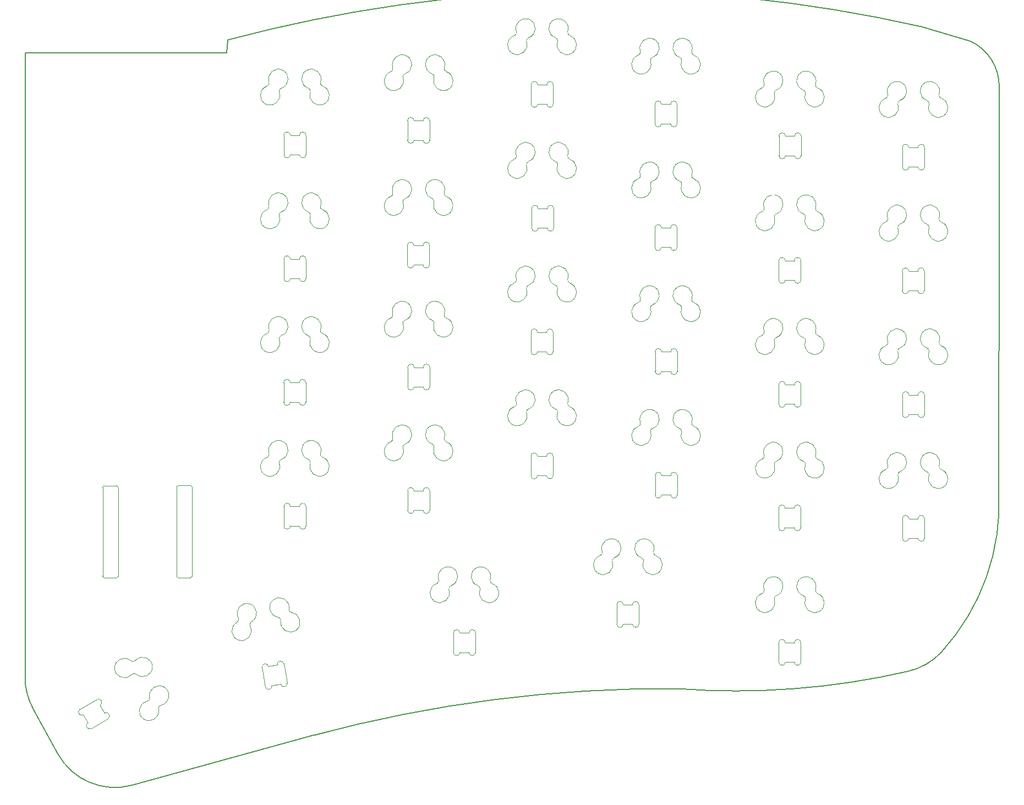
<source format=gbr>
G04 #@! TF.GenerationSoftware,KiCad,Pcbnew,6.0.0-rc1-unknown-b6ea9afb4f~144~ubuntu20.04.1*
G04 #@! TF.CreationDate,2021-11-30T19:06:33+00:00*
G04 #@! TF.ProjectId,grandiceps-rev3,6772616e-6469-4636-9570-732d72657633,rev?*
G04 #@! TF.SameCoordinates,Original*
G04 #@! TF.FileFunction,Profile,NP*
%FSLAX46Y46*%
G04 Gerber Fmt 4.6, Leading zero omitted, Abs format (unit mm)*
G04 Created by KiCad (PCBNEW 6.0.0-rc1-unknown-b6ea9afb4f~144~ubuntu20.04.1) date 2021-11-30 19:06:33*
%MOMM*%
%LPD*%
G01*
G04 APERTURE LIST*
G04 #@! TA.AperFunction,Profile*
%ADD10C,0.200000*%
G04 #@! TD*
G04 #@! TA.AperFunction,Profile*
%ADD11C,0.050000*%
G04 #@! TD*
G04 #@! TA.AperFunction,Profile*
%ADD12C,0.100000*%
G04 #@! TD*
G04 APERTURE END LIST*
D10*
X238491865Y-50956764D02*
X238494865Y-52905064D01*
X189065924Y-143511167D02*
G75*
G03*
X224523055Y-140822406I8929762J117375641D01*
G01*
X88598024Y-141717024D02*
G75*
G03*
X89828361Y-146558168I9999885J-35523D01*
G01*
X89828360Y-146558168D02*
X93642096Y-153517697D01*
X226404904Y-41620387D02*
G75*
G03*
X119825000Y-43678270I-49124039J-216785922D01*
G01*
X93642096Y-153517697D02*
G75*
G03*
X105057893Y-158355592I8769600J4805633D01*
G01*
X229679634Y-137794567D02*
G75*
G03*
X238439865Y-113133264I-25204113J22839613D01*
G01*
X238494865Y-60326464D02*
X238494865Y-52905064D01*
X88662065Y-45632864D02*
X88663365Y-123317264D01*
X238494865Y-70236264D02*
X238439865Y-113133264D01*
X88663365Y-123317264D02*
X88598024Y-141717024D01*
X224523055Y-140822406D02*
G75*
G03*
X229679634Y-137794567I-2253538J9742791D01*
G01*
X133011799Y-150684906D02*
X105057892Y-158355593D01*
X238491866Y-50956764D02*
G75*
G03*
X234082865Y-43881064I-7665521J134987D01*
G01*
X88662065Y-45632864D02*
X119649865Y-45658264D01*
X119649865Y-45658264D02*
X119825000Y-43678270D01*
X189065924Y-143511167D02*
G75*
G03*
X133011799Y-150684906I-1815055J-208402119D01*
G01*
X238494865Y-70236264D02*
X238494865Y-60326464D01*
X226404904Y-41620387D02*
X234082865Y-43881064D01*
D11*
X114021000Y-112246600D02*
X112221000Y-112246600D01*
X112221000Y-126446600D02*
X114021000Y-126446600D01*
X114321000Y-126146600D02*
X114321000Y-112546600D01*
X111921000Y-112546600D02*
X111921000Y-126146600D01*
X112221000Y-112246600D02*
G75*
G03*
X111921000Y-112546600I0J-300000D01*
G01*
X114021000Y-126446600D02*
G75*
G03*
X114321000Y-126146600I0J300000D01*
G01*
X111921000Y-126146600D02*
G75*
G03*
X112221000Y-126446600I300000J0D01*
G01*
X114321000Y-112546600D02*
G75*
G03*
X114021000Y-112246600I-300000J0D01*
G01*
D12*
X129424200Y-118467000D02*
X130824200Y-118467000D01*
X131824200Y-118467000D02*
X131824200Y-115467000D01*
X128424200Y-115467000D02*
X128424200Y-118467000D01*
X129424200Y-115467000D02*
X130824200Y-115467000D01*
X130824200Y-118467000D02*
G75*
G03*
X131824200Y-118467000I500000J0D01*
G01*
X128424200Y-118467000D02*
G75*
G03*
X129424200Y-118467000I500000J0D01*
G01*
X131824200Y-115467000D02*
G75*
G03*
X130824200Y-115467000I-500000J0D01*
G01*
X129424200Y-115467000D02*
G75*
G03*
X128424200Y-115467000I-500000J0D01*
G01*
X226998000Y-63222000D02*
X226998000Y-60222000D01*
X224598000Y-63222000D02*
X225998000Y-63222000D01*
X223598000Y-60222000D02*
X223598000Y-63222000D01*
X224598000Y-60222000D02*
X225998000Y-60222000D01*
X226998000Y-60222000D02*
G75*
G03*
X225998000Y-60222000I-500000J0D01*
G01*
X224598000Y-60222000D02*
G75*
G03*
X223598000Y-60222000I-500000J0D01*
G01*
X225998000Y-63222000D02*
G75*
G03*
X226998000Y-63222000I500000J0D01*
G01*
X223598000Y-63222000D02*
G75*
G03*
X224598000Y-63222000I500000J0D01*
G01*
X125058487Y-140269614D02*
X125579432Y-143224037D01*
X128927778Y-142633633D02*
X128406834Y-139679210D01*
X126564240Y-143050389D02*
X127942970Y-142807281D01*
X126043295Y-140095965D02*
X127422026Y-139852858D01*
X126043295Y-140095965D02*
G75*
G03*
X125058487Y-140269614I-492404J-86825D01*
G01*
X128406834Y-139679210D02*
G75*
G03*
X127422026Y-139852858I-492404J-86824D01*
G01*
X127942970Y-142807281D02*
G75*
G03*
X128927778Y-142633633I492404J86824D01*
G01*
X125579432Y-143224037D02*
G75*
G03*
X126564240Y-143050389I492404J86824D01*
G01*
X167473400Y-53570000D02*
X168873400Y-53570000D01*
X167473400Y-50570000D02*
X168873400Y-50570000D01*
X166473400Y-50570000D02*
X166473400Y-53570000D01*
X169873400Y-53570000D02*
X169873400Y-50570000D01*
X169873400Y-50570000D02*
G75*
G03*
X168873400Y-50570000I-500000J0D01*
G01*
X166473400Y-53570000D02*
G75*
G03*
X167473400Y-53570000I500000J0D01*
G01*
X168873400Y-53570000D02*
G75*
G03*
X169873400Y-53570000I500000J0D01*
G01*
X167473400Y-50570000D02*
G75*
G03*
X166473400Y-50570000I-500000J0D01*
G01*
X155510000Y-134923400D02*
X156910000Y-134923400D01*
X154510000Y-134923400D02*
X154510000Y-137923400D01*
X155510000Y-137923400D02*
X156910000Y-137923400D01*
X157910000Y-137923400D02*
X157910000Y-134923400D01*
X156910000Y-137923400D02*
G75*
G03*
X157910000Y-137923400I500000J0D01*
G01*
X157910000Y-134923400D02*
G75*
G03*
X156910000Y-134923400I-500000J0D01*
G01*
X155510000Y-134923400D02*
G75*
G03*
X154510000Y-134923400I-500000J0D01*
G01*
X154510000Y-137923400D02*
G75*
G03*
X155510000Y-137923400I500000J0D01*
G01*
X148474200Y-94054800D02*
X149874200Y-94054800D01*
X150874200Y-97054800D02*
X150874200Y-94054800D01*
X147474200Y-94054800D02*
X147474200Y-97054800D01*
X148474200Y-97054800D02*
X149874200Y-97054800D01*
X147474200Y-97054800D02*
G75*
G03*
X148474200Y-97054800I500000J0D01*
G01*
X150874200Y-94054800D02*
G75*
G03*
X149874200Y-94054800I-500000J0D01*
G01*
X149874200Y-97054800D02*
G75*
G03*
X150874200Y-97054800I500000J0D01*
G01*
X148474200Y-94054800D02*
G75*
G03*
X147474200Y-94054800I-500000J0D01*
G01*
X131798800Y-99417000D02*
X131798800Y-96417000D01*
X128398800Y-96417000D02*
X128398800Y-99417000D01*
X129398800Y-99417000D02*
X130798800Y-99417000D01*
X129398800Y-96417000D02*
X130798800Y-96417000D01*
X128398800Y-99417000D02*
G75*
G03*
X129398800Y-99417000I500000J0D01*
G01*
X130798800Y-99417000D02*
G75*
G03*
X131798800Y-99417000I500000J0D01*
G01*
X131798800Y-96417000D02*
G75*
G03*
X130798800Y-96417000I-500000J0D01*
G01*
X129398800Y-96417000D02*
G75*
G03*
X128398800Y-96417000I-500000J0D01*
G01*
X128424200Y-58342400D02*
X128424200Y-61342400D01*
X129424200Y-58342400D02*
X130824200Y-58342400D01*
X129424200Y-61342400D02*
X130824200Y-61342400D01*
X131824200Y-61342400D02*
X131824200Y-58342400D01*
X129424200Y-58342400D02*
G75*
G03*
X128424200Y-58342400I-500000J0D01*
G01*
X130824200Y-61342400D02*
G75*
G03*
X131824200Y-61342400I500000J0D01*
G01*
X131824200Y-58342400D02*
G75*
G03*
X130824200Y-58342400I-500000J0D01*
G01*
X128424200Y-61342400D02*
G75*
G03*
X129424200Y-61342400I500000J0D01*
G01*
X186523400Y-53567200D02*
X187923400Y-53567200D01*
X185523400Y-53567200D02*
X185523400Y-56567200D01*
X186523400Y-56567200D02*
X187923400Y-56567200D01*
X188923400Y-56567200D02*
X188923400Y-53567200D01*
X186523400Y-53567200D02*
G75*
G03*
X185523400Y-53567200I-500000J0D01*
G01*
X187923400Y-56567200D02*
G75*
G03*
X188923400Y-56567200I500000J0D01*
G01*
X188923400Y-53567200D02*
G75*
G03*
X187923400Y-53567200I-500000J0D01*
G01*
X185523400Y-56567200D02*
G75*
G03*
X186523400Y-56567200I500000J0D01*
G01*
X205573400Y-77646400D02*
X206973400Y-77646400D01*
X204573400Y-77646400D02*
X204573400Y-80646400D01*
X205573400Y-80646400D02*
X206973400Y-80646400D01*
X207973400Y-80646400D02*
X207973400Y-77646400D01*
X205573400Y-77646400D02*
G75*
G03*
X204573400Y-77646400I-500000J0D01*
G01*
X206973400Y-80646400D02*
G75*
G03*
X207973400Y-80646400I500000J0D01*
G01*
X207973400Y-77646400D02*
G75*
G03*
X206973400Y-77646400I-500000J0D01*
G01*
X204573400Y-80646400D02*
G75*
G03*
X205573400Y-80646400I500000J0D01*
G01*
X131824200Y-80392400D02*
X131824200Y-77392400D01*
X129424200Y-77392400D02*
X130824200Y-77392400D01*
X128424200Y-77392400D02*
X128424200Y-80392400D01*
X129424200Y-80392400D02*
X130824200Y-80392400D01*
X129424200Y-77392400D02*
G75*
G03*
X128424200Y-77392400I-500000J0D01*
G01*
X128424200Y-80392400D02*
G75*
G03*
X129424200Y-80392400I500000J0D01*
G01*
X130824200Y-80392400D02*
G75*
G03*
X131824200Y-80392400I500000J0D01*
G01*
X131824200Y-77392400D02*
G75*
G03*
X130824200Y-77392400I-500000J0D01*
G01*
X169848000Y-110720000D02*
X169848000Y-107720000D01*
X166448000Y-107720000D02*
X166448000Y-110720000D01*
X167448000Y-110720000D02*
X168848000Y-110720000D01*
X167448000Y-107720000D02*
X168848000Y-107720000D01*
X167448000Y-107720000D02*
G75*
G03*
X166448000Y-107720000I-500000J0D01*
G01*
X169848000Y-107720000D02*
G75*
G03*
X168848000Y-107720000I-500000J0D01*
G01*
X166448000Y-110720000D02*
G75*
G03*
X167448000Y-110720000I500000J0D01*
G01*
X168848000Y-110720000D02*
G75*
G03*
X169848000Y-110720000I500000J0D01*
G01*
X98758153Y-149618443D02*
X101356229Y-148118443D01*
X100156229Y-146039982D02*
X100856229Y-147252418D01*
X99656229Y-145173957D02*
X97058153Y-146673957D01*
X97558153Y-147539982D02*
X98258153Y-148752418D01*
X97058154Y-146673958D02*
G75*
G03*
X97558153Y-147539982I249999J-433012D01*
G01*
X98258153Y-148752417D02*
G75*
G03*
X98758153Y-149618443I250000J-433013D01*
G01*
X100156229Y-146039983D02*
G75*
G03*
X99656229Y-145173957I-250000J433013D01*
G01*
X101356228Y-148118442D02*
G75*
G03*
X100856229Y-147252418I-249999J433012D01*
G01*
X167448000Y-88644600D02*
X168848000Y-88644600D01*
X166448000Y-88644600D02*
X166448000Y-91644600D01*
X167448000Y-91644600D02*
X168848000Y-91644600D01*
X169848000Y-91644600D02*
X169848000Y-88644600D01*
X166448000Y-91644600D02*
G75*
G03*
X167448000Y-91644600I500000J0D01*
G01*
X168848000Y-91644600D02*
G75*
G03*
X169848000Y-91644600I500000J0D01*
G01*
X169848000Y-88644600D02*
G75*
G03*
X168848000Y-88644600I-500000J0D01*
G01*
X167448000Y-88644600D02*
G75*
G03*
X166448000Y-88644600I-500000J0D01*
G01*
X223572600Y-79246600D02*
X223572600Y-82246600D01*
X224572600Y-79246600D02*
X225972600Y-79246600D01*
X224572600Y-82246600D02*
X225972600Y-82246600D01*
X226972600Y-82246600D02*
X226972600Y-79246600D01*
X223572600Y-82246600D02*
G75*
G03*
X224572600Y-82246600I500000J0D01*
G01*
X225972600Y-82246600D02*
G75*
G03*
X226972600Y-82246600I500000J0D01*
G01*
X224572600Y-79246600D02*
G75*
G03*
X223572600Y-79246600I-500000J0D01*
G01*
X226972600Y-79246600D02*
G75*
G03*
X225972600Y-79246600I-500000J0D01*
G01*
X207973400Y-99721800D02*
X207973400Y-96721800D01*
X204573400Y-96721800D02*
X204573400Y-99721800D01*
X205573400Y-96721800D02*
X206973400Y-96721800D01*
X205573400Y-99721800D02*
X206973400Y-99721800D01*
X207973400Y-96721800D02*
G75*
G03*
X206973400Y-96721800I-500000J0D01*
G01*
X206973400Y-99721800D02*
G75*
G03*
X207973400Y-99721800I500000J0D01*
G01*
X204573400Y-99721800D02*
G75*
G03*
X205573400Y-99721800I500000J0D01*
G01*
X205573400Y-96721800D02*
G75*
G03*
X204573400Y-96721800I-500000J0D01*
G01*
X147448800Y-56107200D02*
X147448800Y-59107200D01*
X150848800Y-59107200D02*
X150848800Y-56107200D01*
X148448800Y-59107200D02*
X149848800Y-59107200D01*
X148448800Y-56107200D02*
X149848800Y-56107200D01*
X148448800Y-56107200D02*
G75*
G03*
X147448800Y-56107200I-500000J0D01*
G01*
X149848800Y-59107200D02*
G75*
G03*
X150848800Y-59107200I500000J0D01*
G01*
X150848800Y-56107200D02*
G75*
G03*
X149848800Y-56107200I-500000J0D01*
G01*
X147448800Y-59107200D02*
G75*
G03*
X148448800Y-59107200I500000J0D01*
G01*
X186548800Y-94667200D02*
X187948800Y-94667200D01*
X188948800Y-94667200D02*
X188948800Y-91667200D01*
X186548800Y-91667200D02*
X187948800Y-91667200D01*
X185548800Y-91667200D02*
X185548800Y-94667200D01*
X185548800Y-94667200D02*
G75*
G03*
X186548800Y-94667200I500000J0D01*
G01*
X186548800Y-91667200D02*
G75*
G03*
X185548800Y-91667200I-500000J0D01*
G01*
X187948800Y-94667200D02*
G75*
G03*
X188948800Y-94667200I500000J0D01*
G01*
X188948800Y-91667200D02*
G75*
G03*
X187948800Y-91667200I-500000J0D01*
G01*
X224598000Y-120346600D02*
X225998000Y-120346600D01*
X224598000Y-117346600D02*
X225998000Y-117346600D01*
X226998000Y-120346600D02*
X226998000Y-117346600D01*
X223598000Y-117346600D02*
X223598000Y-120346600D01*
X223598000Y-120346600D02*
G75*
G03*
X224598000Y-120346600I500000J0D01*
G01*
X224598000Y-117346600D02*
G75*
G03*
X223598000Y-117346600I-500000J0D01*
G01*
X226998000Y-117346600D02*
G75*
G03*
X225998000Y-117346600I-500000J0D01*
G01*
X225998000Y-120346600D02*
G75*
G03*
X226998000Y-120346600I500000J0D01*
G01*
X205573400Y-139422000D02*
X206973400Y-139422000D01*
X204573400Y-136422000D02*
X204573400Y-139422000D01*
X207973400Y-139422000D02*
X207973400Y-136422000D01*
X205573400Y-136422000D02*
X206973400Y-136422000D01*
X205573400Y-136422000D02*
G75*
G03*
X204573400Y-136422000I-500000J0D01*
G01*
X207973400Y-136422000D02*
G75*
G03*
X206973400Y-136422000I-500000J0D01*
G01*
X204573400Y-139422000D02*
G75*
G03*
X205573400Y-139422000I500000J0D01*
G01*
X206973400Y-139422000D02*
G75*
G03*
X207973400Y-139422000I500000J0D01*
G01*
X204548000Y-115721000D02*
X204548000Y-118721000D01*
X205548000Y-115721000D02*
X206948000Y-115721000D01*
X207948000Y-118721000D02*
X207948000Y-115721000D01*
X205548000Y-118721000D02*
X206948000Y-118721000D01*
X205548000Y-115721000D02*
G75*
G03*
X204548000Y-115721000I-500000J0D01*
G01*
X207948000Y-115721000D02*
G75*
G03*
X206948000Y-115721000I-500000J0D01*
G01*
X204548000Y-118721000D02*
G75*
G03*
X205548000Y-118721000I500000J0D01*
G01*
X206948000Y-118721000D02*
G75*
G03*
X207948000Y-118721000I500000J0D01*
G01*
X188948800Y-113691800D02*
X188948800Y-110691800D01*
X186548800Y-110691800D02*
X187948800Y-110691800D01*
X185548800Y-110691800D02*
X185548800Y-113691800D01*
X186548800Y-113691800D02*
X187948800Y-113691800D01*
X185548800Y-113691800D02*
G75*
G03*
X186548800Y-113691800I500000J0D01*
G01*
X188948800Y-110691800D02*
G75*
G03*
X187948800Y-110691800I-500000J0D01*
G01*
X186548800Y-110691800D02*
G75*
G03*
X185548800Y-110691800I-500000J0D01*
G01*
X187948800Y-113691800D02*
G75*
G03*
X188948800Y-113691800I500000J0D01*
G01*
X185523400Y-72591800D02*
X185523400Y-75591800D01*
X186523400Y-75591800D02*
X187923400Y-75591800D01*
X186523400Y-72591800D02*
X187923400Y-72591800D01*
X188923400Y-75591800D02*
X188923400Y-72591800D01*
X186523400Y-72591800D02*
G75*
G03*
X185523400Y-72591800I-500000J0D01*
G01*
X188923400Y-72591800D02*
G75*
G03*
X187923400Y-72591800I-500000J0D01*
G01*
X187923400Y-75591800D02*
G75*
G03*
X188923400Y-75591800I500000J0D01*
G01*
X185523400Y-75591800D02*
G75*
G03*
X186523400Y-75591800I500000J0D01*
G01*
X205598800Y-61469400D02*
X206998800Y-61469400D01*
X205598800Y-58469400D02*
X206998800Y-58469400D01*
X204598800Y-58469400D02*
X204598800Y-61469400D01*
X207998800Y-61469400D02*
X207998800Y-58469400D01*
X205598800Y-58469400D02*
G75*
G03*
X204598800Y-58469400I-500000J0D01*
G01*
X206998800Y-61469400D02*
G75*
G03*
X207998800Y-61469400I500000J0D01*
G01*
X204598800Y-61469400D02*
G75*
G03*
X205598800Y-61469400I500000J0D01*
G01*
X207998800Y-58469400D02*
G75*
G03*
X206998800Y-58469400I-500000J0D01*
G01*
X150823400Y-78284200D02*
X150823400Y-75284200D01*
X148423400Y-78284200D02*
X149823400Y-78284200D01*
X148423400Y-75284200D02*
X149823400Y-75284200D01*
X147423400Y-75284200D02*
X147423400Y-78284200D01*
X147423400Y-78284200D02*
G75*
G03*
X148423400Y-78284200I500000J0D01*
G01*
X148423400Y-75284200D02*
G75*
G03*
X147423400Y-75284200I-500000J0D01*
G01*
X150823400Y-75284200D02*
G75*
G03*
X149823400Y-75284200I-500000J0D01*
G01*
X149823400Y-78284200D02*
G75*
G03*
X150823400Y-78284200I500000J0D01*
G01*
X166549600Y-69620000D02*
X166549600Y-72620000D01*
X169949600Y-72620000D02*
X169949600Y-69620000D01*
X167549600Y-72620000D02*
X168949600Y-72620000D01*
X167549600Y-69620000D02*
X168949600Y-69620000D01*
X166549600Y-72620000D02*
G75*
G03*
X167549600Y-72620000I500000J0D01*
G01*
X167549600Y-69620000D02*
G75*
G03*
X166549600Y-69620000I-500000J0D01*
G01*
X168949600Y-72620000D02*
G75*
G03*
X169949600Y-72620000I500000J0D01*
G01*
X169949600Y-69620000D02*
G75*
G03*
X168949600Y-69620000I-500000J0D01*
G01*
X180656000Y-133580000D02*
X182056000Y-133580000D01*
X183056000Y-133580000D02*
X183056000Y-130580000D01*
X179656000Y-130580000D02*
X179656000Y-133580000D01*
X180656000Y-130580000D02*
X182056000Y-130580000D01*
X182056000Y-133580000D02*
G75*
G03*
X183056000Y-133580000I500000J0D01*
G01*
X183056000Y-130580000D02*
G75*
G03*
X182056000Y-130580000I-500000J0D01*
G01*
X179656000Y-133580000D02*
G75*
G03*
X180656000Y-133580000I500000J0D01*
G01*
X180656000Y-130580000D02*
G75*
G03*
X179656000Y-130580000I-500000J0D01*
G01*
X150848800Y-116054000D02*
X150848800Y-113054000D01*
X147448800Y-113054000D02*
X147448800Y-116054000D01*
X148448800Y-113054000D02*
X149848800Y-113054000D01*
X148448800Y-116054000D02*
X149848800Y-116054000D01*
X147448800Y-116054000D02*
G75*
G03*
X148448800Y-116054000I500000J0D01*
G01*
X150848800Y-113054000D02*
G75*
G03*
X149848800Y-113054000I-500000J0D01*
G01*
X148448800Y-113054000D02*
G75*
G03*
X147448800Y-113054000I-500000J0D01*
G01*
X149848800Y-116054000D02*
G75*
G03*
X150848800Y-116054000I500000J0D01*
G01*
X226998000Y-101296600D02*
X226998000Y-98296600D01*
X224598000Y-98296600D02*
X225998000Y-98296600D01*
X223598000Y-98296600D02*
X223598000Y-101296600D01*
X224598000Y-101296600D02*
X225998000Y-101296600D01*
X224598000Y-98296600D02*
G75*
G03*
X223598000Y-98296600I-500000J0D01*
G01*
X225998000Y-101296600D02*
G75*
G03*
X226998000Y-101296600I500000J0D01*
G01*
X223598000Y-101296600D02*
G75*
G03*
X224598000Y-101296600I500000J0D01*
G01*
X226998000Y-98296600D02*
G75*
G03*
X225998000Y-98296600I-500000J0D01*
G01*
X227686999Y-72662000D02*
G75*
G03*
X229575581Y-71716865I1421001J-480000D01*
G01*
X229259080Y-71081759D02*
G75*
G03*
X229575581Y-71716865I473920J-160241D01*
G01*
X227687000Y-72662000D02*
G75*
G03*
X227368858Y-72026622I-474000J160000D01*
G01*
X223227141Y-72026621D02*
G75*
G03*
X221336920Y-71081759I-469141J1424621D01*
G01*
X221020419Y-71716865D02*
G75*
G03*
X221336920Y-71081759I-157419J474865D01*
G01*
X223227142Y-72026622D02*
G75*
G03*
X222909000Y-72662000I155858J-475378D01*
G01*
X229259080Y-71081759D02*
G75*
G03*
X227368859Y-72026621I-1421080J479759D01*
G01*
X221020419Y-71716866D02*
G75*
G03*
X222909000Y-72662000I467581J-1425134D01*
G01*
X210234080Y-50439559D02*
G75*
G03*
X208343859Y-51384421I-1421080J479759D01*
G01*
X208662000Y-52019800D02*
G75*
G03*
X208343858Y-51384422I-474000J160000D01*
G01*
X204202141Y-51384421D02*
G75*
G03*
X202311920Y-50439559I-469141J1424621D01*
G01*
X201995419Y-51074665D02*
G75*
G03*
X202311920Y-50439559I-157419J474865D01*
G01*
X208661999Y-52019800D02*
G75*
G03*
X210550581Y-51074665I1421001J-480000D01*
G01*
X204202142Y-51384422D02*
G75*
G03*
X203884000Y-52019800I155858J-475378D01*
G01*
X210234080Y-50439559D02*
G75*
G03*
X210550581Y-51074665I473920J-160241D01*
G01*
X201995419Y-51074666D02*
G75*
G03*
X203884000Y-52019800I467581J-1425134D01*
G01*
X153114080Y-104897759D02*
G75*
G03*
X153430581Y-105532865I473920J-160241D01*
G01*
X144875419Y-105532866D02*
G75*
G03*
X146764000Y-106478000I467581J-1425134D01*
G01*
X144875419Y-105532865D02*
G75*
G03*
X145191920Y-104897759I-157419J474865D01*
G01*
X151542000Y-106478000D02*
G75*
G03*
X151223858Y-105842622I-474000J160000D01*
G01*
X147082141Y-105842621D02*
G75*
G03*
X145191920Y-104897759I-469141J1424621D01*
G01*
X147082142Y-105842622D02*
G75*
G03*
X146764000Y-106478000I155858J-475378D01*
G01*
X151541999Y-106478000D02*
G75*
G03*
X153430581Y-105532865I1421001J-480000D01*
G01*
X153114080Y-104897759D02*
G75*
G03*
X151223859Y-105842621I-1421080J479759D01*
G01*
X128042141Y-108222621D02*
G75*
G03*
X126151920Y-107277759I-469141J1424621D01*
G01*
X134074080Y-107277759D02*
G75*
G03*
X132183859Y-108222621I-1421080J479759D01*
G01*
X132501999Y-108858000D02*
G75*
G03*
X134390581Y-107912865I1421001J-480000D01*
G01*
X128042142Y-108222622D02*
G75*
G03*
X127724000Y-108858000I155858J-475378D01*
G01*
X134074080Y-107277759D02*
G75*
G03*
X134390581Y-107912865I473920J-160241D01*
G01*
X125835419Y-107912866D02*
G75*
G03*
X127724000Y-108858000I467581J-1425134D01*
G01*
X125835419Y-107912865D02*
G75*
G03*
X126151920Y-107277759I-157419J474865D01*
G01*
X132502000Y-108858000D02*
G75*
G03*
X132183858Y-108222622I-474000J160000D01*
G01*
X163870419Y-100145066D02*
G75*
G03*
X165759000Y-101090200I467581J-1425134D01*
G01*
X170537000Y-101090200D02*
G75*
G03*
X170218858Y-100454822I-474000J160000D01*
G01*
X170536999Y-101090200D02*
G75*
G03*
X172425581Y-100145065I1421001J-480000D01*
G01*
X163870419Y-100145065D02*
G75*
G03*
X164186920Y-99509959I-157419J474865D01*
G01*
X166077141Y-100454821D02*
G75*
G03*
X164186920Y-99509959I-469141J1424621D01*
G01*
X172109080Y-99509959D02*
G75*
G03*
X172425581Y-100145065I473920J-160241D01*
G01*
X166077142Y-100454822D02*
G75*
G03*
X165759000Y-101090200I155858J-475378D01*
G01*
X172109080Y-99509959D02*
G75*
G03*
X170218859Y-100454821I-1421080J479759D01*
G01*
X125835419Y-50792665D02*
G75*
G03*
X126151920Y-50157559I-157419J474865D01*
G01*
X134074080Y-50157559D02*
G75*
G03*
X134390581Y-50792665I473920J-160241D01*
G01*
X132501999Y-51737800D02*
G75*
G03*
X134390581Y-50792665I1421001J-480000D01*
G01*
X125835419Y-50792666D02*
G75*
G03*
X127724000Y-51737800I467581J-1425134D01*
G01*
X128042142Y-51102422D02*
G75*
G03*
X127724000Y-51737800I155858J-475378D01*
G01*
X132502000Y-51737800D02*
G75*
G03*
X132183858Y-51102422I-474000J160000D01*
G01*
X128042141Y-51102421D02*
G75*
G03*
X126151920Y-50157559I-469141J1424621D01*
G01*
X134074080Y-50157559D02*
G75*
G03*
X132183859Y-51102421I-1421080J479759D01*
G01*
X208661999Y-129822000D02*
G75*
G03*
X210550581Y-128876865I1421001J-480000D01*
G01*
X210234080Y-128241759D02*
G75*
G03*
X208343859Y-129186621I-1421080J479759D01*
G01*
X201995419Y-128876866D02*
G75*
G03*
X203884000Y-129822000I467581J-1425134D01*
G01*
X201995419Y-128876865D02*
G75*
G03*
X202311920Y-128241759I-157419J474865D01*
G01*
X204202141Y-129186621D02*
G75*
G03*
X202311920Y-128241759I-469141J1424621D01*
G01*
X210234080Y-128241759D02*
G75*
G03*
X210550581Y-128876865I473920J-160241D01*
G01*
X204202142Y-129186622D02*
G75*
G03*
X203884000Y-129822000I155858J-475378D01*
G01*
X208662000Y-129822000D02*
G75*
G03*
X208343858Y-129186622I-474000J160000D01*
G01*
X153114080Y-47937559D02*
G75*
G03*
X153430581Y-48572665I473920J-160241D01*
G01*
X151541999Y-49517800D02*
G75*
G03*
X153430581Y-48572665I1421001J-480000D01*
G01*
X144875419Y-48572665D02*
G75*
G03*
X145191920Y-47937559I-157419J474865D01*
G01*
X147082142Y-48882422D02*
G75*
G03*
X146764000Y-49517800I155858J-475378D01*
G01*
X144875419Y-48572666D02*
G75*
G03*
X146764000Y-49517800I467581J-1425134D01*
G01*
X151542000Y-49517800D02*
G75*
G03*
X151223858Y-48882422I-474000J160000D01*
G01*
X153114080Y-47937559D02*
G75*
G03*
X151223859Y-48882421I-1421080J479759D01*
G01*
X147082141Y-48882421D02*
G75*
G03*
X145191920Y-47937559I-469141J1424621D01*
G01*
X191194080Y-102517759D02*
G75*
G03*
X191510581Y-103152865I473920J-160241D01*
G01*
X189621999Y-104098000D02*
G75*
G03*
X191510581Y-103152865I1421001J-480000D01*
G01*
X191194080Y-102517759D02*
G75*
G03*
X189303859Y-103462621I-1421080J479759D01*
G01*
X182955419Y-103152866D02*
G75*
G03*
X184844000Y-104098000I467581J-1425134D01*
G01*
X182955419Y-103152865D02*
G75*
G03*
X183271920Y-102517759I-157419J474865D01*
G01*
X189622000Y-104098000D02*
G75*
G03*
X189303858Y-103462622I-474000J160000D01*
G01*
X185162142Y-103462622D02*
G75*
G03*
X184844000Y-104098000I155858J-475378D01*
G01*
X185162141Y-103462621D02*
G75*
G03*
X183271920Y-102517759I-469141J1424621D01*
G01*
X125835419Y-69832665D02*
G75*
G03*
X126151920Y-69197559I-157419J474865D01*
G01*
X128042141Y-70142421D02*
G75*
G03*
X126151920Y-69197559I-469141J1424621D01*
G01*
X132502000Y-70777800D02*
G75*
G03*
X132183858Y-70142422I-474000J160000D01*
G01*
X134074080Y-69197559D02*
G75*
G03*
X132183859Y-70142421I-1421080J479759D01*
G01*
X132501999Y-70777800D02*
G75*
G03*
X134390581Y-69832665I1421001J-480000D01*
G01*
X125835419Y-69832666D02*
G75*
G03*
X127724000Y-70777800I467581J-1425134D01*
G01*
X128042142Y-70142422D02*
G75*
G03*
X127724000Y-70777800I155858J-475378D01*
G01*
X134074080Y-69197559D02*
G75*
G03*
X134390581Y-69832665I473920J-160241D01*
G01*
X158598999Y-128298000D02*
G75*
G03*
X160487581Y-127352865I1421001J-480000D01*
G01*
X160171080Y-126717759D02*
G75*
G03*
X160487581Y-127352865I473920J-160241D01*
G01*
X151932419Y-127352865D02*
G75*
G03*
X152248920Y-126717759I-157419J474865D01*
G01*
X158599000Y-128298000D02*
G75*
G03*
X158280858Y-127662622I-474000J160000D01*
G01*
X154139141Y-127662621D02*
G75*
G03*
X152248920Y-126717759I-469141J1424621D01*
G01*
X151932419Y-127352866D02*
G75*
G03*
X153821000Y-128298000I467581J-1425134D01*
G01*
X154139142Y-127662622D02*
G75*
G03*
X153821000Y-128298000I155858J-475378D01*
G01*
X160171080Y-126717759D02*
G75*
G03*
X158280859Y-127662621I-1421080J479759D01*
G01*
X104870117Y-139212939D02*
G75*
G03*
X105578386Y-139169484I332536J373762D01*
G01*
X109539466Y-146030276D02*
G75*
G03*
X107776081Y-144865727I-295057J1470571D01*
G01*
X107384897Y-145458935D02*
G75*
G03*
X109147698Y-146621926I294808J-1470622D01*
G01*
X104870117Y-139212939D02*
G75*
G03*
X104995897Y-141321065I-1000412J-1117504D01*
G01*
X105705223Y-141278893D02*
G75*
G03*
X105578386Y-139169484I999186J1118598D01*
G01*
X109539466Y-146030276D02*
G75*
G03*
X109147698Y-146621926I98185J-490546D01*
G01*
X105705221Y-141278895D02*
G75*
G03*
X104995897Y-141321065I-333760J-372666D01*
G01*
X107384897Y-145458934D02*
G75*
G03*
X107776079Y-144865727I-98436J490495D01*
G01*
X129215280Y-131241613D02*
G75*
G03*
X127517848Y-132500354I-1482801J225703D01*
G01*
X129215279Y-131241613D02*
G75*
G03*
X129637256Y-131812110I494545J-75511D01*
G01*
X121212067Y-133297698D02*
G75*
G03*
X123236077Y-133900526I707949J-1322290D01*
G01*
X123439052Y-133219555D02*
G75*
G03*
X121413474Y-132617281I-709396J1321512D01*
G01*
X123439053Y-133219556D02*
G75*
G03*
X123236077Y-133900526I236039J-441092D01*
G01*
X127941488Y-133070835D02*
G75*
G03*
X127517847Y-132500355I-494582J75260D01*
G01*
X127941487Y-133070835D02*
G75*
G03*
X129637256Y-131812110I1482764J-225954D01*
G01*
X121212067Y-133297698D02*
G75*
G03*
X121413474Y-132617281I-237487J440315D01*
G01*
X227686999Y-91702000D02*
G75*
G03*
X229575581Y-90756865I1421001J-480000D01*
G01*
X221020419Y-90756866D02*
G75*
G03*
X222909000Y-91702000I467581J-1425134D01*
G01*
X223227142Y-91066622D02*
G75*
G03*
X222909000Y-91702000I155858J-475378D01*
G01*
X223227141Y-91066621D02*
G75*
G03*
X221336920Y-90121759I-469141J1424621D01*
G01*
X229259080Y-90121759D02*
G75*
G03*
X227368859Y-91066621I-1421080J479759D01*
G01*
X227687000Y-91702000D02*
G75*
G03*
X227368858Y-91066622I-474000J160000D01*
G01*
X229259080Y-90121759D02*
G75*
G03*
X229575581Y-90756865I473920J-160241D01*
G01*
X221020419Y-90756865D02*
G75*
G03*
X221336920Y-90121759I-157419J474865D01*
G01*
X151542000Y-87437800D02*
G75*
G03*
X151223858Y-86802422I-474000J160000D01*
G01*
X151541999Y-87437800D02*
G75*
G03*
X153430581Y-86492665I1421001J-480000D01*
G01*
X153114080Y-85857559D02*
G75*
G03*
X151223859Y-86802421I-1421080J479759D01*
G01*
X147082142Y-86802422D02*
G75*
G03*
X146764000Y-87437800I155858J-475378D01*
G01*
X147082141Y-86802421D02*
G75*
G03*
X145191920Y-85857559I-469141J1424621D01*
G01*
X144875419Y-86492666D02*
G75*
G03*
X146764000Y-87437800I467581J-1425134D01*
G01*
X153114080Y-85857559D02*
G75*
G03*
X153430581Y-86492665I473920J-160241D01*
G01*
X144875419Y-86492665D02*
G75*
G03*
X145191920Y-85857559I-157419J474865D01*
G01*
X170537000Y-63010000D02*
G75*
G03*
X170218858Y-62374622I-474000J160000D01*
G01*
X163870419Y-62064866D02*
G75*
G03*
X165759000Y-63010000I467581J-1425134D01*
G01*
X163870419Y-62064865D02*
G75*
G03*
X164186920Y-61429759I-157419J474865D01*
G01*
X172109080Y-61429759D02*
G75*
G03*
X170218859Y-62374621I-1421080J479759D01*
G01*
X166077141Y-62374621D02*
G75*
G03*
X164186920Y-61429759I-469141J1424621D01*
G01*
X170536999Y-63010000D02*
G75*
G03*
X172425581Y-62064865I1421001J-480000D01*
G01*
X172109080Y-61429759D02*
G75*
G03*
X172425581Y-62064865I473920J-160241D01*
G01*
X166077142Y-62374622D02*
G75*
G03*
X165759000Y-63010000I155858J-475378D01*
G01*
X208662000Y-109140000D02*
G75*
G03*
X208343858Y-108504622I-474000J160000D01*
G01*
X204202142Y-108504622D02*
G75*
G03*
X203884000Y-109140000I155858J-475378D01*
G01*
X208661999Y-109140000D02*
G75*
G03*
X210550581Y-108194865I1421001J-480000D01*
G01*
X210234080Y-107559759D02*
G75*
G03*
X208343859Y-108504621I-1421080J479759D01*
G01*
X201995419Y-108194866D02*
G75*
G03*
X203884000Y-109140000I467581J-1425134D01*
G01*
X210234080Y-107559759D02*
G75*
G03*
X210550581Y-108194865I473920J-160241D01*
G01*
X201995419Y-108194865D02*
G75*
G03*
X202311920Y-107559759I-157419J474865D01*
G01*
X204202141Y-108504621D02*
G75*
G03*
X202311920Y-107559759I-469141J1424621D01*
G01*
X166077142Y-81414622D02*
G75*
G03*
X165759000Y-82050000I155858J-475378D01*
G01*
X170537000Y-82050000D02*
G75*
G03*
X170218858Y-81414622I-474000J160000D01*
G01*
X163870419Y-81104865D02*
G75*
G03*
X164186920Y-80469759I-157419J474865D01*
G01*
X172109080Y-80469759D02*
G75*
G03*
X172425581Y-81104865I473920J-160241D01*
G01*
X170536999Y-82050000D02*
G75*
G03*
X172425581Y-81104865I1421001J-480000D01*
G01*
X166077141Y-81414621D02*
G75*
G03*
X164186920Y-80469759I-469141J1424621D01*
G01*
X172109080Y-80469759D02*
G75*
G03*
X170218859Y-81414621I-1421080J479759D01*
G01*
X163870419Y-81104866D02*
G75*
G03*
X165759000Y-82050000I467581J-1425134D01*
G01*
X153114080Y-67137559D02*
G75*
G03*
X153430581Y-67772665I473920J-160241D01*
G01*
X151542000Y-68717800D02*
G75*
G03*
X151223858Y-68082422I-474000J160000D01*
G01*
X153114080Y-67137559D02*
G75*
G03*
X151223859Y-68082421I-1421080J479759D01*
G01*
X147082141Y-68082421D02*
G75*
G03*
X145191920Y-67137559I-469141J1424621D01*
G01*
X151541999Y-68717800D02*
G75*
G03*
X153430581Y-67772665I1421001J-480000D01*
G01*
X147082142Y-68082422D02*
G75*
G03*
X146764000Y-68717800I155858J-475378D01*
G01*
X144875419Y-67772666D02*
G75*
G03*
X146764000Y-68717800I467581J-1425134D01*
G01*
X144875419Y-67772665D02*
G75*
G03*
X145191920Y-67137559I-157419J474865D01*
G01*
X189622000Y-66017800D02*
G75*
G03*
X189303858Y-65382422I-474000J160000D01*
G01*
X185162141Y-65382421D02*
G75*
G03*
X183271920Y-64437559I-469141J1424621D01*
G01*
X182955419Y-65072666D02*
G75*
G03*
X184844000Y-66017800I467581J-1425134D01*
G01*
X191194080Y-64437559D02*
G75*
G03*
X191510581Y-65072665I473920J-160241D01*
G01*
X182955419Y-65072665D02*
G75*
G03*
X183271920Y-64437559I-157419J474865D01*
G01*
X191194080Y-64437559D02*
G75*
G03*
X189303859Y-65382421I-1421080J479759D01*
G01*
X185162142Y-65382422D02*
G75*
G03*
X184844000Y-66017800I155858J-475378D01*
G01*
X189621999Y-66017800D02*
G75*
G03*
X191510581Y-65072665I1421001J-480000D01*
G01*
X191194080Y-45397559D02*
G75*
G03*
X189303859Y-46342421I-1421080J479759D01*
G01*
X191194080Y-45397559D02*
G75*
G03*
X191510581Y-46032665I473920J-160241D01*
G01*
X185162142Y-46342422D02*
G75*
G03*
X184844000Y-46977800I155858J-475378D01*
G01*
X182955419Y-46032665D02*
G75*
G03*
X183271920Y-45397559I-157419J474865D01*
G01*
X189622000Y-46977800D02*
G75*
G03*
X189303858Y-46342422I-474000J160000D01*
G01*
X185162141Y-46342421D02*
G75*
G03*
X183271920Y-45397559I-469141J1424621D01*
G01*
X182955419Y-46032666D02*
G75*
G03*
X184844000Y-46977800I467581J-1425134D01*
G01*
X189621999Y-46977800D02*
G75*
G03*
X191510581Y-46032665I1421001J-480000D01*
G01*
X125835419Y-88872666D02*
G75*
G03*
X127724000Y-89817800I467581J-1425134D01*
G01*
X128042141Y-89182421D02*
G75*
G03*
X126151920Y-88237559I-469141J1424621D01*
G01*
X132501999Y-89817800D02*
G75*
G03*
X134390581Y-88872665I1421001J-480000D01*
G01*
X134074080Y-88237559D02*
G75*
G03*
X132183859Y-89182421I-1421080J479759D01*
G01*
X125835419Y-88872665D02*
G75*
G03*
X126151920Y-88237559I-157419J474865D01*
G01*
X134074080Y-88237559D02*
G75*
G03*
X134390581Y-88872665I473920J-160241D01*
G01*
X132502000Y-89817800D02*
G75*
G03*
X132183858Y-89182422I-474000J160000D01*
G01*
X128042142Y-89182422D02*
G75*
G03*
X127724000Y-89817800I155858J-475378D01*
G01*
X223227142Y-52986622D02*
G75*
G03*
X222909000Y-53622000I155858J-475378D01*
G01*
X229259080Y-52041759D02*
G75*
G03*
X229575581Y-52676865I473920J-160241D01*
G01*
X221020419Y-52676866D02*
G75*
G03*
X222909000Y-53622000I467581J-1425134D01*
G01*
X223227141Y-52986621D02*
G75*
G03*
X221336920Y-52041759I-469141J1424621D01*
G01*
X227687000Y-53622000D02*
G75*
G03*
X227368858Y-52986622I-474000J160000D01*
G01*
X227686999Y-53622000D02*
G75*
G03*
X229575581Y-52676865I1421001J-480000D01*
G01*
X221020419Y-52676865D02*
G75*
G03*
X221336920Y-52041759I-157419J474865D01*
G01*
X229259080Y-52041759D02*
G75*
G03*
X227368859Y-52986621I-1421080J479759D01*
G01*
X163870419Y-43024866D02*
G75*
G03*
X165759000Y-43970000I467581J-1425134D01*
G01*
X163870419Y-43024865D02*
G75*
G03*
X164186920Y-42389759I-157419J474865D01*
G01*
X166077141Y-43334621D02*
G75*
G03*
X164186920Y-42389759I-469141J1424621D01*
G01*
X172109080Y-42389759D02*
G75*
G03*
X172425581Y-43024865I473920J-160241D01*
G01*
X170537000Y-43970000D02*
G75*
G03*
X170218858Y-43334622I-474000J160000D01*
G01*
X172109080Y-42389759D02*
G75*
G03*
X170218859Y-43334621I-1421080J479759D01*
G01*
X170536999Y-43970000D02*
G75*
G03*
X172425581Y-43024865I1421001J-480000D01*
G01*
X166077142Y-43334622D02*
G75*
G03*
X165759000Y-43970000I155858J-475378D01*
G01*
X208662000Y-90099800D02*
G75*
G03*
X208343858Y-89464422I-474000J160000D01*
G01*
X210234080Y-88519559D02*
G75*
G03*
X208343859Y-89464421I-1421080J479759D01*
G01*
X201995419Y-89154666D02*
G75*
G03*
X203884000Y-90099800I467581J-1425134D01*
G01*
X201995419Y-89154665D02*
G75*
G03*
X202311920Y-88519559I-157419J474865D01*
G01*
X210234080Y-88519559D02*
G75*
G03*
X210550581Y-89154665I473920J-160241D01*
G01*
X208661999Y-90099800D02*
G75*
G03*
X210550581Y-89154665I1421001J-480000D01*
G01*
X204202142Y-89464422D02*
G75*
G03*
X203884000Y-90099800I155858J-475378D01*
G01*
X204202141Y-89464421D02*
G75*
G03*
X202311920Y-88519559I-469141J1424621D01*
G01*
X191194080Y-83477559D02*
G75*
G03*
X191510581Y-84112665I473920J-160241D01*
G01*
X185162142Y-84422422D02*
G75*
G03*
X184844000Y-85057800I155858J-475378D01*
G01*
X185162141Y-84422421D02*
G75*
G03*
X183271920Y-83477559I-469141J1424621D01*
G01*
X182955419Y-84112666D02*
G75*
G03*
X184844000Y-85057800I467581J-1425134D01*
G01*
X191194080Y-83477559D02*
G75*
G03*
X189303859Y-84422421I-1421080J479759D01*
G01*
X189622000Y-85057800D02*
G75*
G03*
X189303858Y-84422422I-474000J160000D01*
G01*
X182955419Y-84112665D02*
G75*
G03*
X183271920Y-83477559I-157419J474865D01*
G01*
X189621999Y-85057800D02*
G75*
G03*
X191510581Y-84112665I1421001J-480000D01*
G01*
X183745000Y-123980000D02*
G75*
G03*
X183426858Y-123344622I-474000J160000D01*
G01*
X179285141Y-123344621D02*
G75*
G03*
X177394920Y-122399759I-469141J1424621D01*
G01*
X185317080Y-122399759D02*
G75*
G03*
X185633581Y-123034865I473920J-160241D01*
G01*
X177078419Y-123034866D02*
G75*
G03*
X178967000Y-123980000I467581J-1425134D01*
G01*
X183744999Y-123980000D02*
G75*
G03*
X185633581Y-123034865I1421001J-480000D01*
G01*
X185317080Y-122399759D02*
G75*
G03*
X183426859Y-123344621I-1421080J479759D01*
G01*
X177078419Y-123034865D02*
G75*
G03*
X177394920Y-122399759I-157419J474865D01*
G01*
X179285142Y-123344622D02*
G75*
G03*
X178967000Y-123980000I155858J-475378D01*
G01*
X210234080Y-69479559D02*
G75*
G03*
X210550581Y-70114665I473920J-160241D01*
G01*
X201995419Y-70114666D02*
G75*
G03*
X203884000Y-71059800I467581J-1425134D01*
G01*
X204202141Y-70424421D02*
G75*
G03*
X202311920Y-69479559I-469141J1424621D01*
G01*
X201995419Y-70114665D02*
G75*
G03*
X202311920Y-69479559I-157419J474865D01*
G01*
X210234080Y-69479559D02*
G75*
G03*
X208343859Y-70424421I-1421080J479759D01*
G01*
X208661999Y-71059800D02*
G75*
G03*
X210550581Y-70114665I1421001J-480000D01*
G01*
X204202142Y-70424422D02*
G75*
G03*
X203884000Y-71059800I155858J-475378D01*
G01*
X208662000Y-71059800D02*
G75*
G03*
X208343858Y-70424422I-474000J160000D01*
G01*
X227686999Y-110742200D02*
G75*
G03*
X229575581Y-109797065I1421001J-480000D01*
G01*
X221020419Y-109797065D02*
G75*
G03*
X221336920Y-109161959I-157419J474865D01*
G01*
X223227142Y-110106822D02*
G75*
G03*
X222909000Y-110742200I155858J-475378D01*
G01*
X229259080Y-109161959D02*
G75*
G03*
X227368859Y-110106821I-1421080J479759D01*
G01*
X227687000Y-110742200D02*
G75*
G03*
X227368858Y-110106822I-474000J160000D01*
G01*
X221020419Y-109797066D02*
G75*
G03*
X222909000Y-110742200I467581J-1425134D01*
G01*
X229259080Y-109161959D02*
G75*
G03*
X229575581Y-109797065I473920J-160241D01*
G01*
X223227141Y-110106821D02*
G75*
G03*
X221336920Y-109161959I-469141J1424621D01*
G01*
D11*
X100537600Y-126172000D02*
X100537600Y-112572000D01*
X100837600Y-112272000D02*
X102637600Y-112272000D01*
X102637600Y-126472000D02*
X100837600Y-126472000D01*
X102937600Y-112572000D02*
X102937600Y-126172000D01*
X102637600Y-126472000D02*
G75*
G03*
X102937600Y-126172000I0J300000D01*
G01*
X102937600Y-112572000D02*
G75*
G03*
X102637600Y-112272000I-300000J0D01*
G01*
X100837600Y-112272000D02*
G75*
G03*
X100537600Y-112572000I0J-300000D01*
G01*
X100537600Y-126172000D02*
G75*
G03*
X100837600Y-126472000I300000J0D01*
G01*
M02*

</source>
